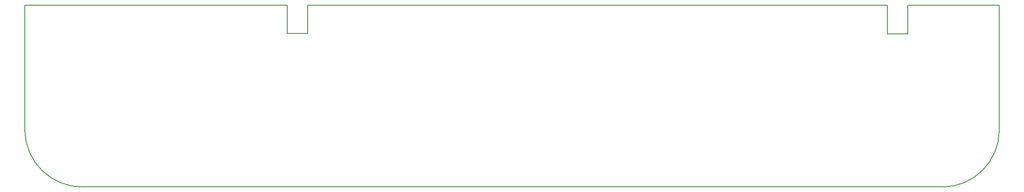
<source format=gm1>
G04 #@! TF.FileFunction,Profile,NP*
%FSLAX46Y46*%
G04 Gerber Fmt 4.6, Leading zero omitted, Abs format (unit mm)*
G04 Created by KiCad (PCBNEW 4.0.7) date 05/21/21 15:04:18*
%MOMM*%
%LPD*%
G01*
G04 APERTURE LIST*
%ADD10C,0.100000*%
%ADD11C,0.150000*%
G04 APERTURE END LIST*
D10*
D11*
X244827000Y-120403000D02*
X77789000Y-120403000D01*
X255937000Y-84980000D02*
X255937000Y-109124000D01*
X238205000Y-84963000D02*
X255937000Y-84963000D01*
X238174000Y-90527000D02*
X238174000Y-84957000D01*
X244851000Y-120412000D02*
G75*
G03X255943000Y-109264000I-28000J11120000D01*
G01*
X66349000Y-109342000D02*
G75*
G03X77749000Y-120406000I11232000J168000D01*
G01*
X66349000Y-84935000D02*
X66349000Y-109258000D01*
X234151000Y-90527000D02*
X234151000Y-84957000D01*
X121369000Y-84970000D02*
X121369000Y-90500000D01*
X117402000Y-84931000D02*
X117402000Y-90497000D01*
X117398000Y-84931000D02*
X66355000Y-84931000D01*
X238164000Y-90525000D02*
X234144000Y-90525000D01*
X121369000Y-84960000D02*
X234149000Y-84960000D01*
X117399000Y-90500000D02*
X121369000Y-90500000D01*
M02*

</source>
